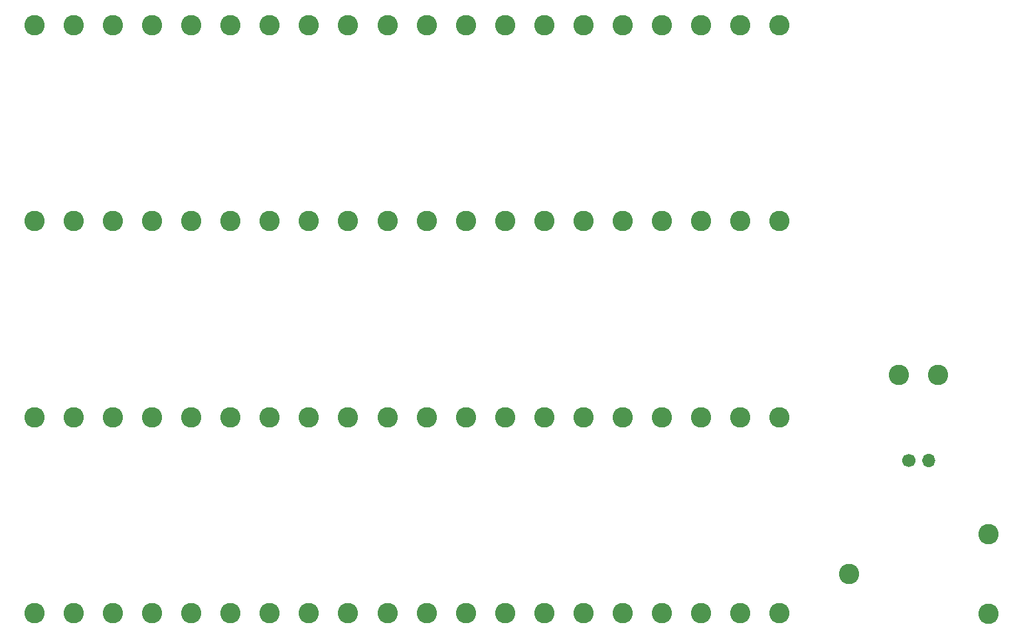
<source format=gbr>
G04 #@! TF.GenerationSoftware,KiCad,Pcbnew,7.0.7*
G04 #@! TF.CreationDate,2024-01-31T11:47:32+01:00*
G04 #@! TF.ProjectId,PartnerPDM,50617274-6e65-4725-9044-4d2e6b696361,rev?*
G04 #@! TF.SameCoordinates,Original*
G04 #@! TF.FileFunction,Soldermask,Top*
G04 #@! TF.FilePolarity,Negative*
%FSLAX46Y46*%
G04 Gerber Fmt 4.6, Leading zero omitted, Abs format (unit mm)*
G04 Created by KiCad (PCBNEW 7.0.7) date 2024-01-31 11:47:32*
%MOMM*%
%LPD*%
G01*
G04 APERTURE LIST*
%ADD10C,2.600000*%
%ADD11C,1.700000*%
%ADD12O,1.700000X1.700000*%
G04 APERTURE END LIST*
D10*
X125000000Y-47505000D03*
X120000000Y-47505000D03*
X115000000Y-47505000D03*
X110000000Y-47505000D03*
X65000000Y-47505000D03*
X60000000Y-47505000D03*
X55000000Y-47505000D03*
X50000000Y-47505000D03*
X105000000Y-47505000D03*
X100000000Y-47505000D03*
X95000000Y-47505000D03*
X90000000Y-47505000D03*
X145000000Y-47505000D03*
X140000000Y-47505000D03*
X135000000Y-47505000D03*
X130000000Y-47505000D03*
X85000000Y-47505000D03*
X80000000Y-47505000D03*
X75000000Y-47505000D03*
X70000000Y-47505000D03*
X125000000Y-72503333D03*
X120000000Y-72503333D03*
X115000000Y-72503333D03*
X110000000Y-72503333D03*
X65000000Y-72503333D03*
X60000000Y-72503333D03*
X55000000Y-72503333D03*
X50000000Y-72503333D03*
X85000000Y-72503333D03*
X80000000Y-72503333D03*
X75000000Y-72503333D03*
X70000000Y-72503333D03*
X145000000Y-72503333D03*
X140000000Y-72503333D03*
X135000000Y-72503333D03*
X130000000Y-72503333D03*
X105000000Y-72503333D03*
X100000000Y-72503333D03*
X95000000Y-72503333D03*
X90000000Y-72503333D03*
X125000000Y-97501666D03*
X120000000Y-97501666D03*
X115000000Y-97501666D03*
X110000000Y-97501666D03*
X85000000Y-97501666D03*
X80000000Y-97501666D03*
X75000000Y-97501666D03*
X70000000Y-97501666D03*
X105000000Y-97501666D03*
X100000000Y-97501666D03*
X95000000Y-97501666D03*
X90000000Y-97501666D03*
X165261521Y-92113750D03*
X160261521Y-92113750D03*
X105000000Y-122500000D03*
X100000000Y-122500000D03*
X95000000Y-122500000D03*
X90000000Y-122500000D03*
D11*
X161481521Y-103023750D03*
D12*
X164021521Y-103023750D03*
D10*
X145000000Y-97501666D03*
X140000000Y-97501666D03*
X135000000Y-97501666D03*
X130000000Y-97501666D03*
X65000000Y-97501666D03*
X60000000Y-97501666D03*
X55000000Y-97501666D03*
X50000000Y-97501666D03*
X85000000Y-122500000D03*
X80000000Y-122500000D03*
X75000000Y-122500000D03*
X70000000Y-122500000D03*
X145000000Y-122500000D03*
X140000000Y-122500000D03*
X135000000Y-122500000D03*
X130000000Y-122500000D03*
X153866521Y-117500000D03*
X171646521Y-122580000D03*
X171646521Y-112420000D03*
X65000000Y-122500000D03*
X60000000Y-122500000D03*
X55000000Y-122500000D03*
X50000000Y-122500000D03*
X125000000Y-122500000D03*
X120000000Y-122500000D03*
X115000000Y-122500000D03*
X110000000Y-122500000D03*
M02*

</source>
